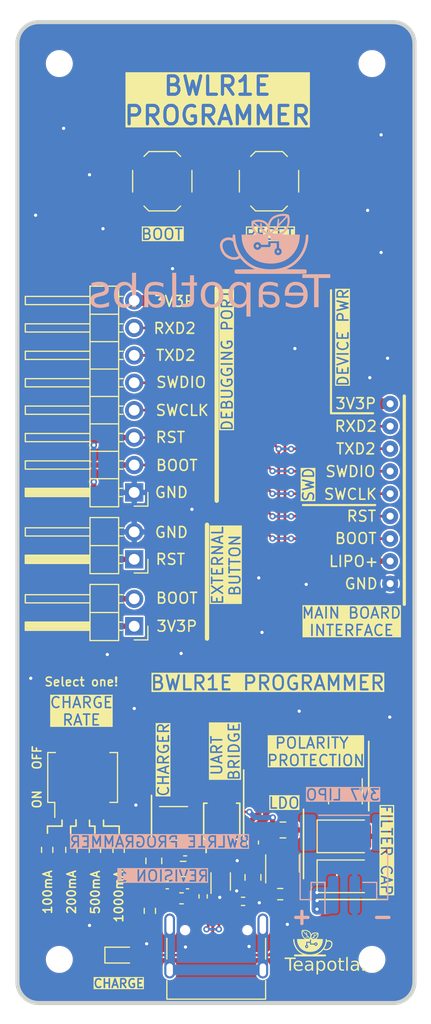
<source format=kicad_pcb>
(kicad_pcb (version 20221018) (generator pcbnew)
  (title_block (title "Teapotlabs BWLR1E") (date "2023-08-12") (rev "4") (company "Teapot Laboratories"))
  (layers (0 "F.Cu" signal) (31 "B.Cu" signal) (34 "B.Paste" user) (35 "F.Paste" user) (36 "B.SilkS" user "B.Silkscreen") (37 "F.SilkS" user "F.Silkscreen") (38 "B.Mask" user) (39 "F.Mask" user) (44 "Edge.Cuts" user))
  (net 0 "")
  (net 1 "GND")
  (net 2 "/RST")
  (net 3 "/SWDIO")
  (net 4 "/SWCLK")
  (net 5 "/RXD2")
  (net 6 "/TXD2")
  (net 7 "+3V3")
  (net 8 "/BOOT")
  (net 9 "Net-(BT1-+)")
  (net 10 "Net-(C3-Pad1)")
  (net 11 "Net-(C5-Pad1)")
  (net 12 "VBUS")
  (net 13 "+BATT")
  (net 14 "Net-(D4-K)")
  (net 15 "Net-(J2-CC1)")
  (net 16 "/D_IN+")
  (net 17 "/D_IN-")
  (net 19 "Net-(J2-CC2)")
  (net 21 "unconnected-(J2-SHIELD-PadS1)")
  (net 22 "Net-(R1-Pad1)")
  (net 23 "Net-(R2-Pad1)")
  (net 24 "Net-(R4-Pad1)")
  (net 25 "Net-(R5-Pad1)")
  (net 26 "Net-(U7-STAT)")
  (net 27 "Net-(U8-EN)")
  (net 28 "Net-(U7-PROG)")
  (net 29 "/D+")
  (net 30 "/D-")
  (net 35 "/3V3P")
  (footprint "Button_Switch_SMD:SW_SPST_TL3342" (layer "F.Cu") (at 151.45 67.9 180)
    (fp_text reference "SW5")
    (fp_text value "RESET")
  )
  (footprint "Package_TO_SOT_SMD:SOT-23" (layer "F.Cu") (at 158.5366 124.9375 -90)
    (fp_text reference "Q1")
    (fp_text value "AO3407A")
  )
  (footprint "Capacitor_SMD:C_0805_2012Metric" (layer "F.Cu") (at 140.7668 130.871 90)
    (fp_text reference "C23")
    (fp_text value "10u")
  )
  (footprint "MountingHole:MountingHole_2.2mm_M2" (layer "F.Cu") (at 161 140)
    (fp_text reference "H3")
    (fp_text value "MountingHole")
  )
  (footprint "Resistor_SMD:R_0402_1005Metric" (layer "F.Cu") (at 149.0472 134.62)
    (fp_text reference "R15")
    (fp_text value "5.1K")
  )
  (footprint "LED_SMD:LED_0603_1608Metric" (layer "F.Cu") (at 137.7125 139.6)
    (fp_text reference "D4")
    (fp_text value "ORANGE")
  )
  (footprint "Resistor_SMD:R_0603_1608Metric" (layer "F.Cu") (at 152.4884 133.9494 180)
    (fp_text reference "R19")
    (fp_text value "10K")
  )
  (footprint "Capacitor_SMD:C_0402_1005Metric" (layer "F.Cu") (at 143.8936 133.096)
    (fp_text reference "C3")
    (fp_text value "10nF")
  )
  (footprint "Resistor_SMD:R_0603_1608Metric" (layer "F.Cu") (at 130.875 129.85 -90)
    (fp_text reference "R5")
    (fp_text value "10K")
  )
  (footprint "MountingHole:MountingHole_2.2mm_M2" (layer "F.Cu") (at 132 140)
    (fp_text reference "H4")
    (fp_text value "MountingHole")
  )
  (footprint "Connector_PinHeader_2.54mm:PinHeader_1x08_P2.54mm_Horizontal" (layer "F.Cu") (at 138.9442 96.7318 180)
    (fp_text reference "J1")
    (fp_text value "DEBUG")
  )
  (footprint "Inductor_SMD:L_0603_1608Metric" (layer "F.Cu") (at 143.3321 134.3406 180)
    (fp_text reference "FB1")
    (fp_text value "MMZ1608B601CTAH0")
  )
  (footprint "Package_TO_SOT_SMD:SOT-23-5" (layer "F.Cu") (at 143.0981 127.3962)
    (fp_text reference "U7")
    (fp_text value "MCP73831T-2ACI/OT")
  )
  (footprint "Connector_PinHeader_2.54mm:PinHeader_1x02_P2.54mm_Horizontal" (layer "F.Cu") (at 138.9442 102.9294 180)
    (fp_text reference "J3")
    (fp_text value "RESET")
  )
  (footprint "Capacitor_Tantalum_SMD:CP_EIA-3528-15_AVX-H_Pad1.50x2.35mm_HandSolder" (layer "F.Cu") (at 158.5462 128.5974)
    (fp_text reference "C2")
    (fp_text value "330u")
  )
  (footprint "Capacitor_Tantalum_SMD:CP_EIA-3528-15_AVX-H_Pad1.50x2.35mm_HandSolder" (layer "F.Cu") (at 158.5462 132.2974)
    (fp_text reference "C4")
    (fp_text value "330u")
  )
  (footprint "MountingHole:MountingHole_2.2mm_M2" (layer "F.Cu") (at 132 57)
    (fp_text reference "H1")
    (fp_text value "MountingHole")
  )
  (footprint "MountingHole:MountingHole_2.2mm_M2" (layer "F.Cu") (at 161 57)
    (fp_text reference "H2")
    (fp_text value "MountingHole")
  )
  (footprint "Button_Switch_SMD:SW_SPST_TL3342" (layer "F.Cu") (at 141.55 67.9 180)
    (fp_text reference "SW4")
    (fp_text value "BOOT")
  )
  (footprint "Capacitor_SMD:C_0402_1005Metric" (layer "F.Cu") (at 142.014 133.096 180)
    (fp_text reference "C5")
    (fp_text value "100nF")
  )
  (footprint "Package_SO:MSOP-10_3x3mm_P0.5mm" (layer "F.Cu") (at 147.066 127.2 90)
    (fp_text reference "U6")
    (fp_text value "CH340E")
  )
  (footprint "Button_Switch_SMD:SW_DIP_SPSTx04_Slide_Omron_A6H-4101_W6.15mm_P1.27mm" (layer "F.Cu") (at 134.1628 123.1408 90)
    (fp_text reference "SW1")
    (fp_text value "SW_DIP_x04")
  )
  (footprint "Fuse:Fuse_0805_2012Metric" (layer "F.Cu") (at 143.4846 131.6228)
    (fp_text reference "F1")
    (fp_text value "0.75A")
  )
  (footprint "bwlr1e:TeapotLogo4mm" (layer "F.Cu") (at 155.5 138.45)
    (fp_text reference "G***")
    (fp_text value "LOGO" hide)
  )
  (footprint "Capacitor_SMD:C_0805_2012Metric" (layer "F.Cu") (at 149.9616 132.4 -90)
    (fp_text reference "C24")
    (fp_text value "10u")
  )
  (footprint "Teapot:USB_C_Receptacle_XKB_U262-16XN-4BVC11" (layer "F.Cu") (at 146.556 139.895)
    (fp_text reference "J2")
    (fp_text value "USB_C_Receptacle_USB2.0")
  )
  (footprint "bwlr1e:EdgeCut_BWLR1E" (layer "F.Cu") (at 149.8 96.032468)
    (fp_text reference "REF**" hide)
    (fp_text value "EdgeCut_BWLR1E" hide)
    (fp_line (start -21.684779 -40.911666) (end -21.684779 -40.911666) (stroke (width 0.380999)) (layer "Edge.Cuts"))
    (fp_line (start -21.684779 -40.911666) (end -21.684779 -40.911666) (stroke (width 0.380999)) (layer "Edge.Cuts"))
    (fp_line (start -21.684779 -40.911666) (end -21.682225 -41.012698) (stroke (width 0.380999)) (layer "Edge.Cuts"))
    (fp_line (start -21.684778 46.046731) (end -21.684779 -40.911666) (stroke (width 0.380999)) (layer "Edge.Cuts"))
    (fp_line (start -21.684778 46.046731) (end -21.684778 46.046731) (stroke (width 0.380999)) (layer "Edge.Cuts"))
    (fp_line (start -21.682225 -41.012698) (end -21.674643 -41.112403) (stroke (width 0.380999)) (layer "Edge.Cuts"))
    (fp_line (start -21.682223 46.147762) (end -21.684778 46.046731) (stroke (width 0.380999)) (layer "Edge.Cuts"))
    (fp_line (start -21.674643 -41.112403) (end -21.662158 -41.210658) (stroke (width 0.380999)) (layer "Edge.Cuts"))
    (fp_line (start -21.674642 46.247467) (end -21.682223 46.147762) (stroke (width 0.380999)) (layer "Edge.Cuts"))
    (fp_line (start -21.662158 -41.210658) (end -21.644892 -41.30734) (stroke (width 0.380999)) (layer "Edge.Cuts"))
    (fp_line (start -21.662156 46.345722) (end -21.674642 46.247467) (stroke (width 0.380999)) (layer "Edge.Cuts"))
    (fp_line (start -21.644892 -41.30734) (end -21.62297 -41.402326) (stroke (width 0.380999)) (layer "Edge.Cuts"))
    (fp_line (start -21.644891 46.442404) (end -21.662156 46.345722) (stroke (width 0.380999)) (layer "Edge.Cuts"))
    (fp_line (start -21.62297 -41.402326) (end -21.596513 -41.495492) (stroke (width 0.380999)) (layer "Edge.Cuts"))
    (fp_line (start -21.622968 46.537389) (end -21.644891 46.442404) (stroke (width 0.380999)) (layer "Edge.Cuts"))
    (fp_line (start -21.596513 -41.495492) (end -21.565647 -41.586715) (stroke (width 0.380999)) (layer "Edge.Cuts"))
    (fp_line (start -21.596512 46.630555) (end -21.622968 46.537389) (stroke (width 0.380999)) (layer "Edge.Cuts"))
    (fp_line (start -21.565647 -41.586715) (end -21.530494 -41.675872) (stroke (width 0.380999)) (layer "Edge.Cuts"))
    (fp_line (start -21.565646 46.721778) (end -21.596512 46.630555) (stroke (width 0.380999)) (layer "Edge.Cuts"))
    (fp_line (start -21.530494 -41.675872) (end -21.491177 -41.762839) (stroke (width 0.380999)) (layer "Edge.Cuts"))
    (fp_line (start -21.530492 46.810934) (end -21.565646 46.721778) (stroke (width 0.380999)) (layer "Edge.Cuts"))
    (fp_line (start -21.491177 -41.762839) (end -21.44782 -41.847493) (stroke (width 0.380999)) (layer "Edge.Cuts"))
    (fp_line (start -21.491175 46.897901) (end -21.530492 46.810934) (stroke (width 0.380999)) (layer "Edge.Cuts"))
    (fp_line (start -21.44782 -41.847493) (end -21.400546 -41.92971) (stroke (width 0.380999)) (layer "Edge.Cuts"))
    (fp_line (start -21.447818 46.982555) (end -21.491175 46.897901) (stroke (width 0.380999)) (layer "Edge.Cuts"))
    (fp_line (start -21.400546 -41.92971) (end -21.349479 -42.009367) (stroke (width 0.380999)) (layer "Edge.Cuts"))
    (fp_line (start -21.400544 47.064772) (end -21.447818 46.982555) (stroke (width 0.380999)) (layer "Edge.Cuts"))
    (fp_line (start -21.349479 -42.009367) (end -21.294741 -42.086341) (stroke (width 0.380999)) (layer "Edge.Cuts"))
    (fp_line (start -21.349477 47.144429) (end -21.400544 47.064772) (stroke (width 0.380999)) (layer "Edge.Cuts"))
    (fp_line (start -21.294741 -42.086341) (end -21.236457 -42.160508) (stroke (width 0.380999)) (layer "Edge.Cuts"))
    (fp_line (start -21.29474 47.221403) (end -21.349477 47.144429) (stroke (width 0.380999)) (layer "Edge.Cuts"))
    (fp_line (start -21.236457 -42.160508) (end -21.17475 -42.231746) (stroke (width 0.380999)) (layer "Edge.Cuts"))
    (fp_line (start -21.236456 47.295571) (end -21.29474 47.221403) (stroke (width 0.380999)) (layer "Edge.Cuts"))
    (fp_line (start -21.17475 -42.231746) (end -21.109742 -42.29993) (stroke (width 0.380999)) (layer "Edge.Cuts"))
    (fp_line (start -21.174748 47.366808) (end -21.236456 47.295571) (stroke (width 0.380999)) (layer "Edge.Cuts"))
    (fp_line (start -21.109742 -42.29993) (end -21.041558 -42.364938) (stroke (width 0.380999)) (layer "Edge.Cuts"))
    (fp_line (start -21.109741 47.434993) (end -21.174748 47.366808) (stroke (width 0.380999)) (layer "Edge.Cuts"))
    (fp_line (start -21.041558 -42.364938) (end -20.97032 -42.426645) (stroke (width 0.380999)) (layer "Edge.Cuts"))
    (fp_line (start -21.041556 47.5) (end -21.109741 47.434993) (stroke (width 0.380999)) (layer "Edge.Cuts"))
    (fp_line (start -20.97032 -42.426645) (end -20.896153 -42.484929) (stroke (width 0.380999)) (layer "Edge.Cuts"))
    (fp_line (start -20.970319 47.561708) (end -21.041556 47.5) (stroke (width 0.380999)) (layer "Edge.Cuts"))
    (fp_line (start -20.896153 -42.484929) (end -20.819179 -42.539667) (stroke (width 0.380999)) (layer "Edge.Cuts"))
    (fp_line (start -20.896152 47.619992) (end -20.970319 47.561708) (stroke (width 0.380999)) (layer "Edge.Cuts"))
    (fp_line (start -20.819179 -42.539667) (end -20.739522 -42.590734) (stroke (width 0.380999)) (layer "Edge.Cuts"))
    (fp_line (start -20.819177 47.67473) (end -20.896152 47.619992) (stroke (width 0.380999)) (layer "Edge.Cuts"))
    (fp_line (start -20.739522 -42.590734) (end -20.657304 -42.638008) (stroke (width 0.380999)) (layer "Edge.Cuts"))
    (fp_line (start -20.73952 47.725797) (end -20.819177 47.67473) (stroke (width 0.380999)) (layer "Edge.Cuts"))
    (fp_line (start -20.657304 -42.638008) (end -20.572651 -42.681365) (stroke (width 0.380999)) (layer "Edge.Cuts"))
    (fp_line (start -20.657303 47.773071) (end -20.73952 47.725797) (stroke (width 0.380999)) (layer "Edge.Cuts"))
    (fp_line (start -20.572651 -42.681365) (end -20.485684 -42.720681) (stroke (width 0.380999)) (layer "Edge.Cuts"))
    (fp_line (start -20.572649 47.816429) (end -20.657303 47.773071) (stroke (width 0.380999)) (layer "Edge.Cuts"))
    (fp_line (start -20.485684 -42.720681) (end -20.396527 -42.755835) (stroke (width 0.380999)) (layer "Edge.Cuts"))
    (fp_line (start -20.485683 47.855746) (end -20.572649 47.816429) (stroke (width 0.380999)) (layer "Edge.Cuts"))
    (fp_line (start -20.396527 -42.755835) (end -20.305304 -42.786701) (stroke (width 0.380999)) (layer "Edge.Cuts"))
    (fp_line (start -20.396526 47.890899) (end -20.485683 47.855746) (stroke (width 0.380999)) (layer "Edge.Cuts"))
    (fp_line (start -20.305304 -42.786701) (end -20.212138 -42.813157) (stroke (width 0.380999)) (layer "Edge.Cuts"))
    (fp_line (start -20.305303 47.921766) (end -20.396526 47.890899) (stroke (width 0.380999)) (layer "Edge.Cuts"))
    (fp_line (start -20.212138 -42.813157) (end -20.117152 -42.83508) (stroke (width 0.380999)) (layer "Edge.Cuts"))
    (fp_line (start -20.212137 47.948222) (end -20.305303 47.921766) (stroke (width 0.380999)) (layer "Edge.Cuts"))
    (fp_line (start -20.117152 -42.83508) (end -20.02047 -42.852346) (stroke (width 0.380999)) (layer "Edge.Cuts"))
    (fp_line (start -20.117151 47.970145) (end -20.212137 47.948222) (stroke (width 0.380999)) (layer "Edge.Cuts"))
    (fp_line (start -20.02047 -42.852346) (end -19.922215 -42.864831) (stroke (width 0.380999)) (layer "Edge.Cuts"))
    (fp_line (start -20.020469 47.98741) (end -20.117151 47.970145) (stroke (width 0.380999)) (layer "Edge.Cuts"))
    (fp_line (start -19.922215 -42.864831) (end -19.82251 -42.872413) (stroke (width 0.380999)) (layer "Edge.Cuts"))
    (fp_line (start -19.922213 47.999896) (end -20.020469 47.98741) (stroke (width 0.380999)) (layer "Edge.Cuts"))
    (fp_line (start -19.82251 -42.872413) (end -19.721479 -42.874967) (stroke (width 0.380999)) (layer "Edge.Cuts"))
    (fp_line (start -19.822509 48.007478) (end -19.922213 47.999896) (stroke (width 0.380999)) (layer "Edge.Cuts"))
    (fp_line (start -19.721479 -42.874967) (end -19.721479 -42.874967) (stroke (width 0.380999)) (layer "Edge.Cuts"))
    (fp_line (start -19.721479 -42.874967) (end 13.179921 -42.874967) (stroke (width 0.380999)) (layer "Edge.Cuts"))
    (fp_line (start -19.721477 48.010032) (end -19.822509 48.007478) (stroke (width 0.380999)) (layer "Edge.Cuts"))
    (fp_line (start -19.721477 48.010032) (end -19.721477 48.010032) (stroke (width 0.380999)) (layer "Edge.Cuts"))
    (fp_line (start 13.179921 -42.874967) (end 13.179921 -42.874967) (stroke (width 0.380999)) (layer "Edge.Cuts"))
    (fp_line (start 13.179921 -42.874967) (end 13.277275 -42.872554) (stroke (width 0.380999)) (layer "Edge.Cuts"))
    (fp_line (start 13.179921 48.010032) (end -19.721477 48.010032) (stroke (width 0.380999)) (layer "Edge.Cuts"))
    (fp_line (start 13.179921 48.010032) (end 13.179921 48.010032) (stroke (width 0.380999)) (layer "Edge.Cuts"))
    (fp_line (start 13.277275 -42.872554) (end 13.373969 -42.86536) (stroke (width 0.380999)) (layer "Edge.Cuts"))
    (fp_line (start 13.280952 48.007478) (end 13.179921 48.010032) (stroke (width 0.380999)) (layer "Edge.Cuts"))
    (fp_line (start 13.373969 -42.86536) (end 13.469841 -42.853451) (stroke (width 0.380999)) (layer "Edge.Cuts"))
    (fp_line (start 13.380657 47.999896) (end 13.280952 48.007478) (stroke (width 0.380999)) (layer "Edge.Cuts"))
    (fp_line (start 13.469841 -42.853451) (end 13.564731 -42.836894) (stroke (width 0.380999)) (layer "Edge.Cuts"))
    (fp_line (start 13.478912 47.98741) (end 13.380657 47.999896) (stroke (width 0.380999)) (layer "Edge.Cuts"))
    (fp_line (start 13.564731 -42.836894) (end 13.658477 -42.815756) (stroke (width 0.380999)) (layer "Edge.Cuts"))
    (fp_line (start 13.575594 47.970145) (end 13.478912 47.98741) (stroke (width 0.380999)) (layer "Edge.Cuts"))
    (fp_line (start 13.658477 -42.815756) (end 13.750918 -42.790103) (stroke (width 0.380999)) (layer "Edge.Cuts"))
    (fp_line (start 13.67058 47.948222) (end 13.575594 47.970145) (stroke (width 0.380999)) (layer "Edge.Cuts"))
    (fp_line (start 13.750918 -42.790103) (end 13.841895 -42.760002) (stroke (width 0.380999)) (layer "Edge.Cuts"))
    (fp_line (start 13.763746 47.921766) (end 13.67058 47.948222) (stroke (width 0.380999)) (layer "Edge.Cuts"))
    (fp_line (start 13.841895 -42.760002) (end 13.931245 -42.72552) (stroke (width 0.380999)) (layer "Edge.Cuts"))
    (fp_line (start 13.85497 47.890899) (end 13.763746 47.921766) (stroke (width 0.380999)) (layer "Edge.Cuts"))
    (fp_line (start 13.931245 -42.72552) (end 14.018807 -42.686723) (stroke (width 0.380999)) (layer "Edge.Cuts"))
    (fp_line (start 13.944126 47.855746) (end 13.85497 47.890899) (stroke (width 0.380999)) (layer "Edge.Cuts"))
    (fp_line (start 14.018807 -42.686723) (end 14.104422 -42.643678) (stroke (width 0.380999)) (layer "Edge.Cuts"))
    (fp_line (start 14.031093 47.816429) (end 13.944126 47.855746) (stroke (width 0.380999)) (layer "Edge.Cuts"))
    (fp_line (start 14.104422 -42.643678) (end 14.187927 -42.596451) (stroke (width 0.380999)) (layer "Edge.Cuts"))
    (fp_line (start 14.115747 47.773071) (end 14.031093 47.816429) (stroke (width 0.380999)) (layer "Edge.Cuts"))
    (fp_line (start 14.187927 -42.596451) (end 14.269163 -42.54511) (stroke (width 0.380999)) (layer "Edge.Cuts"))
    (fp_line (start 14.197964 47.725797) (end 14.115747 47.773071) (stroke (width 0.380999)) (layer "Edge.Cuts"))
    (fp_line (start 14.269163 -42.54511) (end 14.347967 -42.48972) (stroke (width 0.380999)) (layer "Edge.Cuts"))
    (fp_line (start 14.277621 47.67473) (end 14.197964 47.725797) (stroke (width 0.380999)) (layer "Edge.Cuts"))
    (fp_line (start 14.347967 -42.48972) (end 14.42418 -42.430349) (stroke (width 0.380999)) (layer "Edge.Cuts"))
    (fp_line (start 14.354595 47.619992) (end 14.277621 47.67473) (stroke (width 0.380999)) (layer "Edge.Cuts"))
    (fp_line (start 14.42418 -42.430349) (end 14.49764 -42.367064) (stroke (width 0.380999)) (layer "Edge.Cuts"))
    (fp_line (start 14.428762 47.561708) (end 14.354595 47.619992) (stroke (width 0.380999)) (layer "Edge.Cuts"))
    (fp_line (start 14.49764 -42.367064) (end 14.568186 -42.29993) (stroke (width 0.380999)) (layer "Edge.Cuts"))
    (fp_line (start 14.5 47.5) (end 14.428762 47.561708) (stroke (width 0.380999)) (layer "Edge.Cuts"))
    (fp_line (start 14.568184 47.434993) (end 14.5 47.5) (stroke (width 0.380999)) (layer "Edge.Cuts"))
    (fp_line (start 14.568186 -42.29993) (end 14.568186 -42.29993) (stroke (width 0.380999)) (layer "Edge.Cuts"))
    (fp_line (start 14.568186 -42.29993) (end 14.635319 -42.229384) (stroke (width 0.380999)) (layer "Edge.Cuts"))
    (fp_line (start 14.633192 47.366808) (end 14.568184 47.434993) (stroke (width 0.380999)) (layer "Edge.Cuts"))
    (fp_line (start 14.635319 -42.229384) (end 14.698604 -42.155924) (stroke (width 0.380999)) (layer "Edge.Cuts"))
    (fp_line (start 14.694899 47.295571) (end 14.633192 47.366808) (stroke (width 0.380999)) (layer "Edge.Cuts"))
    (fp_line (start 14.698604 -42.155924) (end 14.757974 -42.079711) (stroke (width 0.380999)) (layer "Edge.Cuts"))
    (fp_line (start 14.753183 47.221403) (end 14.694899 47.295571) (stroke (width 0.380999)) (layer "Edge.Cuts"))
    (fp_line (start 14.757974 -42.079711) (end 14.813363 -42.000907) (stroke (width 0.380999)) (layer "Edge.Cuts"))
    (fp_line (start 14.807921 47.144429) (end 14.753183 47.221403) (stroke (width 0.380999)) (layer "Edge.Cuts"))
    (fp_line (start 14.813363 -42.000907) (end 14.864705 -41.919671) (stroke (width 0.380999)) (layer "Edge.Cuts"))
    (fp_line (start 14.858988 47.064772) (end 14.807921 47.144429) (stroke (width 0.380999)) (layer "Edge.Cuts"))
    (fp_line (start 14.864705 -41.919671) (end 14.911931 -41.836166) (stroke (width 0.380999)) (layer "Edge.Cuts"))
    (fp_line (start 14.906262 46.982555) (end 14.858988 47.064772) (stroke (width 0.380999)) (layer "Edge.Cuts"))
    (fp_line (start 14.911931 -41.836166) (end 14.954976 -41.750552) (stroke (width 0.380999)) (layer "Edge.Cuts"))
    (fp_line (start 14.949619 46.897901) (end 14.906262 46.982555) (stroke (width 0.380999)) (layer "Edge.Cuts"))
    (fp_line (start 14.954976 -41.750552) (end 14.993773 -41.662989) (stroke (width 0.380999)) (layer "Edge.Cuts"))
    (fp_line (start 14.988936 46.810934) (end 14.949619 46.897901) (stroke (width 0.380999)) (layer "Edge.Cuts"))
    (fp_line (start 14.993773 -41.662989) (end 15.028256 -41.573639) (stroke (width 0.380999)) (layer "Edge.Cuts"))
    (fp_line (start 15.024089 46.721778) (end 14.988936 46.810934) (stroke (width 0.380999)) (layer "Edge.Cuts"))
    (fp_line (start 15.028256 -41.573639) (end 15.058357 -41.482663) (stroke (width 0.380999)) (layer "Edge.Cuts"))
    (fp_line (start 15.054955 46.630555) (end 15.024089 46.721778) (stroke (width 0.380999)) (layer "Edge.Cuts"))
    (fp_line (start 15.058357 -41.482663) (end 15.08401 -41.390222) (stroke (width 0.380999)) (layer "Edge.Cuts"))
    (fp_line (start 15.081412 46.537389) (end 15.054955 46.630555) (stroke (width 0.380999)) (layer "Edge.Cuts"))
    (fp_line (start 15.08401 -41.390222) (end 15.105148 -41.296476) (stroke (width 0.380999)) (layer "Edge.Cuts"))
    (fp_line (start 15.103334 46.442404) (end 15.081412 46.537389) (stroke (width 0.380999)) (layer "Edge.Cuts"))
    (fp_line (start 15.105148 -41.296476) (end 15.121705 -41.201587) (stroke (width 0.380999)) (layer "Edge.Cuts"))
    (fp_line (start 15.1206 46.345722) (end 15.103334 46.442404) (stroke (width 0.380999)) (layer "Edge.Cuts"))
    (fp_line (start 15.121705 -41.201587) (end 15.133614 -41.105715) (stroke (width 0.380999)) (layer "Edge.Cuts"))
    (fp_line (start 15.133085 46.247467) (end 15.1206 46.345722) (stroke (width 0.380999)) (layer "Edge.Cuts"))
    (fp_line (start 15.133614 -41.105715) (end 15.140809 -41.009021) (stroke (width 0.380999)) (layer "Edge.Cuts"))
    (fp_line (start 15.140667 46.147762) (end 15.133085 46.247467) (stroke (width 0.380999)) (layer "Edge.Cuts"))
    (fp_line (start 15.140809 -41.009021) (end 15.143222 -40.911666) (stroke (width 0.380999)) (layer "Edge.Cuts"))
    (fp_line (start 15.143222 -40.911666) (end 15.143222 -40.911666) (stroke (width 0.380999)) (layer "Edge.Cuts"))
    (fp_line (start 15.143222 -40.911666) (end 15.143222 46.046731) (stroke (width 0.380999)) (layer "Edge.Cuts"))
    (fp_line (start 15.143222 46.046731) (end 15.140667 46.147762) (stroke (width 0.380999)) (layer "Edge.Cuts"))
    (fp_line (start 15.143222 46.046731) (end 15.143222 46.046731) (stroke (width 0.380999)) (layer "Edge.Cuts"))
  )
  (footprint "Resistor_SMD:R_0402_1005Metric" (layer "F.Cu") (at 145.3388 134.1608 90)
    (fp_text reference "R14")
    (fp_text value "5.1K")
  )
  (footprint "Capacitor_SMD:C_0603_1608Metric" (layer "F.Cu") (at 149.9616 129.1714 -90)
    (fp_text reference "C21")
    (fp_text value "100n")
  )
  (footprint "Resistor_SMD:R_0603_1608Metric" (layer "F.Cu") (at 133.1194 129.85 -90)
    (fp_text reference "R1")
    (fp_text value "5.1K")
  )
  (footprint "Capacitor_SMD:C_0805_2012Metric" (layer "F.Cu") (at 152.7404 128.0058 180)
    (fp_text reference "C26")
    (fp_text value "10u")
  )
  (footprint "Connector_PinHeader_2.54mm:PinHeader_1x02_P2.54mm_Horizontal" (layer "F.Cu") (at 138.9442 109.127 180)
    (fp_text reference "J4")
    (fp_text value "BOOT")
  )
  (footprint "Resistor_SMD:R_0603_1608Metric" (layer "F.Cu") (at 135.3 129.85 -90)
    (fp_text reference "R2")
    (fp_text value "2K")
  )
  (footprint "Package_TO_SOT_SMD:SOT-23-5" (layer "F.Cu") (at 152.7048 131.1101 90)
    (fp_text reference "U8")
    (fp_text value "XC6220B331MR-G")
  )
  (footprint "Resistor_SMD:R_0603_1608Metric" (layer "F.Cu") (at 140.4 135.5 -90)
    (fp_text reference "R17")
    (fp_text value "1K")
  )
  (footprint "Resistor_SMD:R_0603_1608Metric" (layer "F.Cu") (at 137.5 129.85 -90)
    (fp_text reference "R4")
    (fp_text value "1K")
  )
  (footprint "Package_TO_SOT_SMD:SOT-666" (layer "F.Cu") (at 146.9685 132.7776 90)
    (fp_text reference "U1")
    (fp_text value "USBLC6-2P6")
  )
  (footprint "Capacitor_SMD:C_0603_1608Metric" (layer "F.Cu") (at 143.6748 129.8956 180)
    (fp_text reference "C22")
    (fp_text value "10u")
  )
  (footprint "bwlr1e_prog:JST_PH_S2B-PH-SM4-TB_1x02-1MP_P2.00mm_Horizontal" (layer "B.Cu") (at 158.4 131.15)
    (fp_text reference "BT1")
    (fp_text value "3.7v LiPo")
  )
  (footprint "bwlr1e_prog:90055-AS" (layer "B.Cu") (at 162.687 105.1814 -90)
    (fp_text reference "TP7")
    (fp_text value "GND")
  )
  (footprint "bwlr1e_prog:90055-AS" (layer "B.Cu") (at 162.687 90.6018 -90)
    (fp_text reference "TP4")
    (fp_text value "RXD2")
  )
  (footprint "bwlr1e_prog:90055-AS" (layer "B.Cu") (at 162.687 88.519 180)
    (fp_text reference "TP8")
    (fp_text value "3V3P")
  )
  (footprint "bwlr1e_prog:TeapotLogo" (layer "B.Cu") (at 151.472433 73.631975 180)
    (fp_text reference "G***")
    (fp_text value "LOGO" hide)
  )
  (footprint "bwlr1e_prog:90055-AS" (layer "B.Cu") (at 162.687 98.933 -90)
    (fp_text reference "TP5")
    (fp_text value "RST")
  )
  (footprint "bwlr1e_prog:90055-AS" (layer "B.Cu") (at 162.687 92.6846 -90)
    (fp_text reference "TP2")
    (fp_text value "TXD2")
  )
  (footprint "bwlr1e_prog:90055-AS" (layer "B.Cu") (at 162.687 103.0986 -90)
    (fp_text reference "TP1")
    (fp_text value "LIPO+")
  )
  (footprint "bwlr1e_prog:90055-AS" (layer "B.Cu") (at 162.687 96.8502 -90)
    (fp_text reference "TP6")
    (fp_text value "SWCLK")
  )
  (footprint "bwlr1e_prog:90055-AS" (layer "B.Cu") (at 162.687 101.0158 90)
    (fp_text reference "TP14")
    (fp_text value "BOOT")
  )
  (footprint "bwlr1e_prog:90055-AS" (layer "B.Cu") (at 162.687 94.7674 -90)
    (fp_text reference "TP3")
    (fp_text value "SWDIO")
  )
  (gr_line (start 135.3 127.65) (end 135.3 128.3) (stroke (width 0.15)) (layer "F.SilkS"))
  (gr_line (start 130.9 127.65) (end 130.9 128.3) (stroke (width 0.15)) (layer "F.SilkS"))
  (gr_line (start 132.25 127.65) (end 130.9 127.65) (stroke (width 0.15)) (layer "F.SilkS"))
  (gr_line (start 132.25 127.1) (end 132.25 127.65) (stroke (width 0.15)) (layer "F.SilkS"))
  (gr_line (start 154.65 126.0875) (end 154.65 132.5125) (stroke (width 0.15)) (layer "F.SilkS"))
  (gr_line (start 149.1 122.4484) (end 149.1 128.8734) (stroke (width 0.15)) (layer "F.SilkS"))
  (gr_line (start 133.55 127.075) (end 133.55 127.625) (stroke (width 0.15)) (layer "F.SilkS"))
  (gr_line (start 133.55 127.65) (end 133.05 127.65) (stroke (width 0.15)) (layer "F.SilkS"))
  (gr_line (start 164 107.1) (end 164 87.8) (stroke (width 0.3)) (layer "F.SilkS"))
  (gr_line (start 136.1 127.65) (end 137.55 127.65) (stroke (width 0.15)) (layer "F.SilkS"))
  (gr_line (start 155.925 134.45) (end 162.35 134.45) (stroke (width 0.15)) (layer "F.SilkS"))
  (gr_line (start 136.1 127.1) (end 136.1 127.65) (stroke (width 0.15)) (layer "F.SilkS"))
  (gr_line (start 154.6 97.9) (end 161.3 97.9) (stroke (width 0.2)) (layer "F.SilkS"))
  (gr_line (start 133.05 127.675) (end 133.05 128.325) (stroke (width 0.15)) (layer "F.SilkS"))
  (gr_line (start 160.7 119.8) (end 160.7 126.225) (stroke (width 0.15)) (layer "F.SilkS"))
  (gr_line (start 157.2 89.4) (end 161.1 89.4) (stroke (width 0.2)) (layer "F.SilkS"))
  (gr_line (start 134.8 127.65) (end 135.3 127.65) (stroke (width 0.15)) (layer "F.SilkS"))
  (gr_line (start 137.55 127.65) (end 137.55 128.3) (stroke (width 0.15)) (layer "F.SilkS"))
  (gr_line (start 134.8 127.1) (end 134.8 127.65) (stroke (width 0.15)) (layer "F.SilkS"))
  (gr_line (start 145.7 110.275) (end 145.7 99.725) (stroke (width 0.4)) (layer "F.SilkS"))
  (gr_line (start 140.55 124.8) (end 140.55 128.95) (stroke (width 0.15)) (layer "F.SilkS"))
  (gr_line (start 157.2 89.4) (end 157.2 78) (stroke (width 0.2)) (layer "F.SilkS"))
  (gr_line (start 146.6 97.5) (end 146.6 77.8) (stroke (width 0.4)) (layer "F.SilkS"))
  (gr_text "Teapotlabs" (at 157.122433 80.081975) (layer "B.SilkS") (effects (font (size 3 3)) (justify left bottom mirror)))
  (gr_text "-" (at 162 136) (layer "B.SilkS") (effects (font (size 1.5 1.5) (thickness 0.3)) (justify mirror)))
  (gr_text "REVISION 1" (at 145.95 132.85) (layer "B.SilkS" knockout) (effects (font (size 1 1)) (justify left bottom mirror)))
  (gr_text "+" (at 154.5 136) (layer "B.SilkS") (effects (font (size 1.5 1.5) (thickness 0.3)) (justify mirror)))
  (gr_text "3V7 LIPO" (at 158.3 124.75) (layer "B.SilkS" knockout) (effects (font (size 1 1)) (justify mirror)))
  (gr_text "BWLR1E PROGRAMMER" (at 149.75 129.7) (layer "B.SilkS" knockout) (effects (font (size 1 1)) (justify left bottom mirror)))
  (gr_text "3V3P" (at 142.7 79.03) (layer "F.SilkS") (effects (font (size 1 1))))
  (gr_text "UART \nBRIDGE" (at 148.8 120.7234 90) (layer "F.SilkS" knockout) (effects (font (size 1 1)) (justify bottom)))
  (gr_text "POLARITY \nPROTECTION" (at 155.8 122.15) (layer "F.SilkS" knockout) (effects (font (size 1 1)) (justify bottom)))
  (gr_text "100mA" (at 131.383 135.8814 90) (layer "F.SilkS") (effects (font (size 0.8 0.8)) (justify left bottom)))
  (gr_text "Teapotlabs" (at 152.9 141.25) (layer "F.SilkS") (effects (font (size 1.2 1.2)) (justify left bottom)))
  (gr_text "RXD2" (at 159.5 90.6) (layer "F.SilkS") (effects (font (size 1 1))))
  (gr_text "SWCLK" (at 159 96.9) (layer "F.SilkS") (effects (font (size 1 1))))
  (gr_text "EXTERNAL\nBUTTON" (at 148.875 103.5 90) (layer "F.SilkS" knockout) (effects (font (size 1 1)) (justify bottom)))
  (gr_text "OFF" (at 130.4 122.5 90) (layer "F.SilkS") (effects (font (size 0.8 0.8)) (justify left bottom)))
  (gr_text "TXD2" (at 142.8 84.03) (layer "F.SilkS") (effects (font (size 1 1))))
  (gr_text "RESET" (at 149.15 73.4) (layer "F.SilkS" knockout) (effects (font (size 1 1)) (justify left bottom)))
  (gr_text "SWCLK" (at 143.4 89.13) (layer "F.SilkS") (effects (font (size 1 1))))
  (gr_text "RST" (at 160.02 98.933) (layer "F.SilkS") (effects (font (size 1 1))))
  (gr_text "1000mA" (at 137.9826 136.6688 90) (layer "F.SilkS") (effects (font (size 0.8 0.8)) (justify left bottom)))
  (gr_text "RST" (at 142.3 91.63) (layer "F.SilkS") (effects (font (size 1 1))))
  (gr_text "BWLR1E PROGRAMMER" (at 140.35 115.15) (layer "F.SilkS" knockout) (effects (font (size 1.3 1.3) (thickness 0.2)) (justify left bottom)))
  (gr_text "200mA" (at 133.602 135.8814 90) (layer "F.SilkS") (effects (font (size 0.8 0.8)) (justify left bottom)))
  (gr_text "GND" (at 142.4 96.73) (layer "F.SilkS") (effects (font (size 1 1))))
  (gr_text "GND" (at 160 105.2) (layer "F.SilkS") (effects (font (size 1 1))))
  (gr_text "CHARGE" (at 137.5125 142.7) (layer "F.SilkS" knockout) (effects (font (size 0.8 0.8)) (justify bottom)))
  (gr_text "Select one!" (at 134.05 114.75) (layer "F.SilkS") (effects (font (size 0.8 0.8)) (justify bottom)))
  (gr_text "500mA" (at 135.808 135.9068 90) (layer "F.SilkS") (effects (font (size 0.8 0.8)) (justify left bottom)))
  (gr_text "BWLR1E\nPROGRAMMER" (at 146.65 62.8) (layer "F.SilkS" knockout) (effects (font (size 1.7 1.7) (thickness 0.3) bold) (justify bottom)))
  (gr_text "CHARGE\nRATE" (at 134.05 118.4) (layer "F.SilkS" knockout) (effects (font (size 1 1)) (justify bottom)))
  (gr_text "TXD2" (at 159.5 92.7) (layer "F.SilkS") (effects (font (size 1 1))))
  (gr_text "RST" (at 142.3 102.93) (layer "F.SilkS") (effects (font (size 1 1))))
  (gr_text "LIPO+" (at 159.3 103.124) (layer "F.SilkS") (effects (font (size 1 1))))
  (gr_text "SWDIO" (at 159 94.8) (layer "F.SilkS") (effects (font (size 1 1))))
  (gr_text "GND" (at 142.4 100.43) (layer "F.SilkS") (effects (font (size 1 1))))
  (gr_text "3V3P" (at 142.9 109.13) (layer "F.SilkS") (effects (font (size 1 1))))
  (gr_text "3V3P" (at 159.5 88.5) (layer "F.SilkS") (effects (font (size 1 1))))
  (gr_text "FILTER CAP" (at 161.75 129.85 -90) (layer "F.SilkS" knockout) (effects (font (size 1 1)) (justify bottom)))
  (gr_text "BOOT" (at 139.5 73.4) (layer "F.SilkS" knockout) (effects (font (size 1 1)) (justify left bottom)))
  (gr_text "DEVICE PWR" (at 158.9 87 90) (layer "F.SilkS" knockout) (effects (font (size 1 1)) (justify left bottom)))
  (gr_text "MAIN BOARD\nINTERFACE" (at 159.1 110.1) (layer "F.SilkS" knockout) (effects (font (size 1 1)) (justify bottom)))
  (gr_text "LDO" (at 152.85 126.1) (layer "F.SilkS" knockout) (effects (font (size 1 1)) (justify bottom)))
  (gr_text "BOOT" (at 142.9 106.53) (layer "F.SilkS") (effects (font (size 1 1))))
  (gr_text "BOOT" (at 159.5 101) (layer "F.SilkS") (effects (font (size 1 1))))
  (gr_text "RXD2" (at 142.7 81.53) (layer "F.SilkS") (effects (font (size 1 1))))
  (gr_text "CHARGER" (at 142.25 121.5 90) (layer "F.SilkS" knockout) (effects (font (size 1 1)) (justify bottom)))
  (gr_text "SWD" (at 155.7 96 90) (layer "F.SilkS" knockout) (effects (font (size 1 1)) (justify bottom)))
  (gr_text "ON" (at 130.4 126.1 90) (layer "F.SilkS") (effects (font (size 0.8 0.8)) (justify left bottom)))
  (gr_text "SWDIO" (at 143.3 86.53) (layer "F.SilkS") (effects (font (size 1 1))))
  (gr_text "BOOT" (at 142.9 94.23) (layer "F.SilkS") (effects (font (size 1 1))))
  (gr_text "DEBUGGING PORT" (at 148.15 84.5 90) (layer "F.SilkS" knockout) (effects (font (size 1 1)) (justify bottom)))
  (segment (start 146.9685 133.7026) (end 146.9685 134.162) (width 0.25) (layer "F.Cu") (net 1))
  (segment (start 146.9685 134.162) (end 146.8805 134.25) (width 0.25) (layer "F.Cu") (net 1))
  (via (at 148.5 130.85) (size 0.6) (drill 0.3) (layers "F.Cu" "B.Cu") (net 1))
  (via (at 143.7 138.85) (size 0.6) (drill 0.3) (layers "F.Cu" "B.Cu") (net 1))
  (via (at 160.6 70.6) (size 0.6) (drill 0.3) (layers "F.Cu" "B.Cu") (net 1))
  (via (at 140.1 138.55) (size 0.6) (drill 0.3) (layers "F.Cu" "B.Cu") (net 1))
  (via (at 150.55 134.75) (size 0.6) (drill 0.3) (layers "F.Cu" "B.Cu") (net 1))
  (via (at 149.6 138.8) (size 0.6) (drill 0.3) (layers "F.Cu" "B.Cu") (net 1))
  (via (at 162.45 84.3) (size 0.6) (drill 0.3) (layers "F.Cu" "B.Cu") (net 1))
  (via (at 161.85 63.6) (size 0.6) (drill 0.3) (layers "F.Cu" "B.Cu") (net 1))
  (via (at 134.8 136.85) (size 0.6) (drill 0.3) (layers "F.Cu" "B.Cu") (net 1))
  (via (at 129.35 113.95) (size 0.6) (drill 0.3) (layers "F.Cu" "B.Cu") (net 1))
  (via (at 162.65 117.55) (size 0.6) (drill 0.3) (layers "F.Cu" "B.Cu") (net 1))
  (via (at 134.8 67.3) (size 0.6) (drill 0.3) (layers "F.Cu" "B.Cu") (net 1))
  (via (at 154.25 117) (size 0.6) (drill 0.3) (layers "F.Cu" "B.Cu") (net 1))
  (via (at 153.85 83.4) (size 0.6) (drill 0.3) (layers "F.Cu" "B.Cu") (net 1))
  (via (at 144.3 98.3) (size 0.6) (drill 0.3) (layers "F.Cu" "B.Cu") (net 1))
  (via (at 150.5 104.65) (size 0.6) (drill 0.3) (layers "F.Cu" "B.Cu") (net 1))
  (via (at 160.8 86.1) (size 0.6) (drill 0.3) (layers "F.Cu" "B.Cu") (net 1))
  (via (at 161.85 74.5) (size 0.6) (drill 0.3) (layers "F.Cu" "B.Cu") (net 1))
  (via (at 154.9 105.25) (size 0.6) (drill 0.3) (layers "F.Cu" "B.Cu") (net 1))
  (via (at 138.95 116.75) (size 0.6) (drill 0.3) (layers "F.Cu" "B.Cu") (net 1))
  (via (at 148.45 133.65) (size 0.6) (drill 0.3) (layers "F.Cu" "B.Cu") (net 1))
  (via (at 142.5 76) (size 0.6) (drill 0.3) (layers "F.Cu" "B.Cu") (net 1))
  (via (at 136.45 111.75) (size 0.6) (drill 0.3) (layers "F.Cu" "B.Cu") (net 1))
  (via (at 129.8 71.05) (size 0.6) (drill 0.3) (layers "F.Cu" "B.Cu") (net 1))
  (via (at 139.1 125.7) (size 0.6) (drill 0.3) (layers "F.Cu" "B.Cu") (net 1))
  (via (at 146.8805 134.25) (size 0.6) (drill 0.3) (layers "F.Cu" "B.Cu") (net 1))
  (via (at 153.15 136.75) (size 0.6) (drill 0.3) (layers "F.Cu" "B.Cu") (net 1))
  (via (at 132.4 63) (size 0.6) (drill 0.3) (layers "F.Cu" "B.Cu") (net 1))
  (via (at 136.05 72.3) (size 0.6) (drill 0.3) (layers "F.Cu" "B.Cu") (net 1))
  (via (at 150.8 109.7) (size 0.6) (drill 0.3) (layers "F.Cu" "B.Cu") (net 1))
  (via (at 143.3 111.65) (size 0.6) (drill 0.3) (layers "F.Cu" "B.Cu") (net 1))
  (segment (start 135.2 90.25) (end 135.2 91.15) (width 0.5) (layer "F.Cu") (net 2))
  (segment (start 136 91.65) (end 135.2 91.65) (width 0.5) (layer "F.Cu") (net 2))
  (segment (start 146.55 67.75) (end 146.55 71.65) (width 0.5) (layer "F.Cu") (net 2))
  (segment (start 136.6 91.65) (end 136 91.65) (width 0.5) (layer "F.Cu") (net 2))
  (segment (start 135.7 91.65) (end 136 91.65) (width 0.5) (layer "F.Cu") (net 2))
  (segment (start 135.2 92.15) (end 135.7 91.65) (width 0.5) (layer "F.Cu") (net 2))
  (segment (start 135.2 91.65) (end 135.2 92.35) (width 0.5) (layer "F.Cu") (net 2))
  (segment (start 162.687 98.933) (end 153.5165 98.933) (width 0.25) (layer "F.Cu") (net 2))
  (segment (start 146.55 71.65) (end 144.7 73.5) (width 0.5) (layer "F.Cu") (net 2))
  (segment (start 135.2 91.15) (end 135.7 91.65) (width 0.5) (layer "F.Cu") (net 2))
  (segment (start 135.2 101.6) (end 136.55 102.95) (width 0.5) (layer "F.Cu") (net 2))
  (segment (start 136.5706 102.9294) (end 138.9442 102.9294) (width 0.5) (layer "F.Cu") (net 2))
  (segment (start 148.3 66) (end 154.6 66) (width 0.5) (layer "F.Cu") (net 2))
  (segment (start 148.3 66) (end 146.55 67.75) (width 0.5) (layer "F.Cu") (net 2))
  (segment (start 138.9442 91.6518) (end 144.4778 91.6518) (width 0.25) (layer "F.Cu") (net 2))
  (segment (start 135.2 75.1) (end 135.2 90.25) (width 0.5) (layer "F.Cu") (net 2))
  (segment (start 144.7 73.5) (end 136.8 73.5) (width 0.5) (layer "F.Cu") (net 2))
  (segment (start 136.55 102.95) (end 136.5706 102.9294) (width 0.5) (layer "F.Cu") (net 2))
  (segment (start 144.4778 91.6518) (end 151.776 98.95) (width 0.25) (layer "F.Cu") (net 2))
  (segment (start 135.2 91.15) (end 135.2 91.65) (width 0.5) (layer "F.Cu") (net 2))
  (segment (start 136.6018 91.6518) (end 138.9442 91.6518) (width 0.5) (layer "F.Cu") (net 2))
  (segment (start 136.8 73.5) (end 135.2 75.1) (width 0.5) (layer "F.Cu") (net 2))
  (segment (start 135.2 95.75) (end 135.2 101.6) (width 0.5) (layer "F.Cu") (net 2))
  (segment (start 136.6018 91.6518) (end 136.6 91.65) (width 0.5) (layer "F.Cu") (net 2))
  (segment (start 153.5165 98.933) (end 153.4995 98.95) (width 0.25) (layer "F.Cu") (net 2))
  (segment (start 135.2 92.35) (end 135.2 92.15) (width 0.5) (layer "F.Cu") (net 2))
  (via (at 151.776 98.95) (size 0.6) (drill 0.3) (layers "F.Cu" "B.Cu") (net 2))
  (via (at 135.2 95.75) (size 0.6) (drill 0.3) (layers "F.Cu" "B.Cu") (net 2))
  (via (at 153.4995 98.95) (size 0.6) (drill 0.3) (layers "F.Cu" "B.Cu") (net 2))
  (via (at 135.2 92.35) (size 0.6) (drill 0.3) (layers "F.Cu" "B.Cu") (net 2))
  (segment (start 151.776 98.95) (end 153.4995 98.95) (width 0.25) (layer "B.Cu") (net 2))
  (segment (start 135.2 95.75) (end 135.2 92.35) (width 0.5) (layer "B.Cu") (net 2))
  (segment (start 162.687 94.7674) (end 153.5174 94.7674) (width 0.25) (layer "F.Cu") (net 3))
  (segment (start 143.5978 86.5718) (end 151.776 94.75) (width 0.25) (layer "F.Cu") (net 3))
  (segment (start 138.9442 86.5718) (end 143.5978 86.5718) (width 0.25) (layer "F.Cu") (net 3))
  (segment (start 153.5174 94.7674) (end 153.5 94.75) (width 0.25) (layer "F.Cu") (net 3))
  (via (at 153.5 94.75) (size 0.6) (drill 0.3) (layers "F.Cu" "B.Cu") (net 3))
  (via (at 151.776 94.75) (size 0.6) (drill 0.3) (layers "F.Cu" "B.Cu") (net 3))
  (segment (start 151.776 94.75) (end 153.5 94.75) (width 0.25) (layer "B.Cu") (net 3))
  (segment (start 144.0378 89.1118) (end 151.776 96.85) (width 0.25) (layer "F.Cu") (net 4))
  (segment (start 162.687 96.8502) (end 153.5002 96.8502) (width 0.25) (layer "F.Cu") (net 4))
  (segment (start 138.9442 89.1118) (end 144.0378 89.1118) (width 0.25) (layer "F.Cu") (net 4))
  (segment (start 153.5002 96.8502) (end 153.5 96.85) (width 0.25) (layer "F.Cu") (net 4))
  (via (at 153.5 96.85) (size 0.6) (drill 0.3) (layers "F.Cu" "B.Cu") (net 4))
  (via (at 151.776 96.85) (size 0.6) (drill 0.3) (layers "F.Cu" "B.Cu") (net 4))
  (segment (start 151.776 96.85) (end 153.5 96.85) (width 0.25) (layer "B.Cu") (net 4))
  (segment (start 152.925 91.2) (end 152.925 90.625) (width 0.25) (layer "F.Cu") (net 5))
  (segment (start 152.925 90.625) (end 153.125 90.825) (width 0.25) (layer "F.Cu") (net 5))
  (segment (start 143.7918 81.4918) (end 152.925 90.625) (width 0.25) (layer "F.Cu") (net 5))
  (segment (start 138.9442 81.4918) (end 143.7918 81.4918) (width 0.25) (layer "F.Cu") (net 5))
  (segment (start 153.45 90.6018) (end 153.8 90.6018) (width 0.25) (layer "F.Cu") (net 5))
  (segment (start 153.3482 90.6018) (end 153.125 90.825) (width 0.25) (layer "F.Cu") (net 5))
  (segment (start 153.8 90.6018) (end 153.6518 90.6018) (width 0.25) (layer "F.Cu") (net 5))
  (segment (start 152.925 90.625) (end 152.9482 90.6018) (width 0.25) (layer "F.Cu") (net 5))
  (segment (start 153.6518 90.6018) (end 153.65 90.6) (width 0.25) (layer "F.Cu") (net 5))
  (segment (start 147.066 116.934) (end 147.066 125) (width 0.25) (layer "F.Cu") (net 5))
  (segment (start 153.45 90.6018) (end 153.3482 90.6018) (width 0.25) (layer "F.Cu") (net 5))
  (segment (start 153.65 90.6) (end 153.275 90.975) (width 0.25) (layer "F.Cu") (net 5))
  (segment (start 153.125 90.825) (end 153.275 90.975) (width 0.25) (layer "F.Cu") (net 5))
  (segment (start 152.925 111.075) (end 147.066 116.934) (width 0.25) (layer "F.Cu") (net 5))
  (segment (start 152.9482 90.6018) (end 153.45 90.6018) (width 0.25) (layer "F.Cu") (net 5))
  (segment (start 162.687 90.6018) (end 153.8 90.6018) (width 0.25) (layer "F.Cu") (net 5))
  (segment (start 152.925 91.2) (end 152.925 91.025) (width 0.25) (layer "F.Cu") (net 5))
  (segment (start 153.275 90.975) (end 152.925 91.325) (width 0.25) (layer "F.Cu") (net 5))
  (segment (start 152.925 91.325) (end 152.925 91.2) (width 0.25) (layer "F.Cu") (net 5))
  (segment (start 152.925 91.025) (end 153.125 90.825) (width 0.25) (layer "F.Cu") (net 5))
  (segment (start 152.925 91.325) (end 152.925 111.075) (width 0.25) (layer "F.Cu") (net 5))
  (segment (start 162.687 92.6846) (end 153.5154 92.6846) (width 0.25) (layer "F.Cu") (net 6))
  (segment (start 138.9442 84.0318) (end 143.6823 84.0318) (width 0.25) (layer "F.Cu") (net 6))
  (segment (start 152.3505 111.083814) (end 146.566 116.868314) (width 0.25) (layer "F.Cu") (net 6))
  (segment (start 152.3505 92.7) (end 152.3505 111.083814) (width 0.25) (layer "F.Cu") (net 6))
  (segment (start 146.566 116.868314) (end 146.566 125) (width 0.25) (layer "F.Cu") (net 6))
  (segment (start 153.5154 92.6846) (end 153.5 92.7) (width 0.25) (layer "F.Cu") (net 6))
  (segment (start 143.6823 84.0318) (end 152.3505 92.7) (width 0.25) (layer "F.Cu") (net 6))
  (via (at 153.5 92.7) (size 0.6) (drill 0.3) (layers "F.Cu" "B.Cu") (net 6))
  (via (at 152.3505 92.7) (size 0.6) (drill 0.3) (layers "F.Cu" "B.Cu") (net 6))
  (segment (start 153.5 92.7) (end 152.3505 92.7) (width 0.25) (layer "B.Cu") (net 6))
  (segment (start 147.5 126.330378) (end 147.880378 126.330378) (width 0.25) (layer "F.Cu") (net 7))
  (segment (start 146.066 125.95) (end 146.446378 126.330378) (width 0.25) (layer "F.Cu") (net 7))
  (segment (start 150.3536 128.3964) (end 150.7442 128.0058) (width 0.5) (layer "F.Cu") (net 7))
  (segment (start 147.5 126.082) (end 147.566 126.016) (width 0.25) (layer "F.Cu") (net 7))
  (segment (start 146.446378 126.330378) (end 147.15 126.330378) (width 0.25) (layer "F.Cu") (net 7))
  (segment (start 150.7442 128.0058) (end 151.7904 128.0058) (width 0.5) (layer "F.Cu") (net 7))
  (segment (start 147.15 126.330378) (end 147.5 126.330378) (width 0.25) (layer "F.Cu") (net 7))
  (segment (start 149.9616 128.3964) (end 150.3536 128.3964) (width 0.5) (layer "F.Cu") (net 7))
  (segment (start 147.566 126.016) (end 147.251622 126.330378) (width 0.25) (layer "F.Cu") (net 7))
  (segment (start 147.566 126.016) (end 147.880378 126.330378) (width 0.25) (layer "F.Cu") (net 7))
  (segment (start 151.7548 129.9726) (end 151.7548 128.0414) (width 0.5) (layer "F.Cu") (net 7))
  (segment (start 151.7548 128.0414) (end 151.7904 128.0058) (width 0.5) (layer "F.Cu") (net 7))
  (segment (start 147.5 126.330378) (end 147.5 126.082) (width 0.25) (layer "F.Cu") (net 7))
  (segment (start 147.566 125) (end 147.566 126.016) (width 0.25) (layer "F.Cu") (net 7))
  (segment (start 146.066 125) (end 146.066 125.95) (width 0.25) (layer "F.Cu") (net 7))
  (segment (start 151.7904 126.8596) (end 151.8 126.85) (width 0.5) (layer "F.Cu") (net 7))
  (segment (start 151.7904 128.0058) (end 151.7904 126.8596) (width 0.5) (layer "F.Cu") (net 7))
  (segment (start 147.880378 126.330378) (end 149.630378 126.330378) (width 0.25) (layer "F.Cu") (net 7))
  (segment (start 147.251622 126.330378) (end 147.15 126.330378) (width 0.25) (layer "F.Cu") (net 7))
  (via (at 149.630378 126.330378) (size 0.6) (drill 0.3) (layers "F.Cu" "B.Cu") (net 7))
  (via (at 151.8 126.85) (size 0.6) (drill 0.3) (layers "F.Cu" "B.Cu") (net 7))
  (segment (start 151.8 126.85) (end 150.15 126.85) (width 0.5) (layer "B.Cu") (net 7))
  (segment (start 150.15 126.85) (end 149.630378 126.330378) (width 0.5) (layer "B.Cu") (net 7))
  (segment (start 133.05 104.85) (end 134.787 106.587) (width 0.5) (layer "F.Cu") (net 8))
  (segment (start 153.5153 101.0158) (end 153.4995 101) (width 0.25) (layer "F.Cu") (net 8))
  (segment (start 144.7 69.8) (end 138.4 69.8) (width 0.5) (layer "F.Cu") (net 8))
  (segment (start 162.687 101.0158) (end 153.5153 101.0158) (width 0.25) (layer "F.Cu") (net 8))
  (segment (start 138.9442 94.1918) (end 144.9678 94.1918) (width 0.25) (layer "F.Cu") (net 8))
  (segment (start 138.4 69.8) (end 134.3 69.8) (width 0.5) (layer "F.Cu") (net 8))
  (segment (start 133.05 92.15) (end 133.05 93.7) (width 0.5) (layer "F.Cu") (net 8))
  (segment (start 133.05 71.05) (end 133.05 92.15) (width 0.5) (layer "F.Cu") (net 8))
  (segment (start 133.45 94.25) (end 133.05 94.65) (width 0.5) (layer "F.Cu") (net 8))
  (segment (start 133.45 94.1918) (end 133.0582 94.1918) (width 0.5) (layer "F.Cu") (net 8))
  (segment (start 133.05 94.65) (end 133.05 104.85) (width 0.5) (layer "F.Cu") (net 8))
  (segment (start 133.45 94.1918) (end 133.45 94.1) (width 0.5) (layer "F.Cu") (net 8))
  (segment (start 133.05 93.7) (end 133.05 94.2) (width 0.5) (layer "F.Cu") (net 8))
  (segment (start 133.45 94.1) (end 133.05 93.7) (width 0.5) (layer "F.Cu") (net 8))
  (segment (start 133.05 94.2) (end 133.05 94.65) (width 0.5) (layer "F.Cu") (net 8))
  (segment (start 134.787 106.587) (end 138.9442 106.587) (width 0.5) (layer "F.Cu") (net 8))
  (segment (start 138.9442 94.1918) (end 133.45 94.1918) (width 0.5) (layer "F.Cu") (net 8))
  (segment (start 144.9678 94.1918) (end 151.776 101) (width 0.25) (layer "F.Cu") (net 8))
  (segment (start 133.0582 94.1918) (end 133.05 94.2) (width 0.5) (layer "F.Cu") (net 8))
  (segment (start 133.45 94.1) (end 133.45 94.25) (width 0.5) (layer "F.Cu") (net 8))
  (segment (start 134.3 69.8) (end 133.05 71.05) (width 0.5) (layer "F.Cu") (net 8))
  (via (at 151.776 101) (size 0.6) (drill 0.3) (layers "F.Cu" "B.Cu") (net 8))
  (via (at 153.4995 101) (size 0.6) (drill 0.3) (layers "F.Cu" "B.Cu") (net 8))
  (segment (start 153.4995 101) (end 151.776 101) (width 0.25) (layer "B.Cu") (net 8))
  (segment (start 156.9212 132.2974) (end 156.9212 128.5974) (width 1) (layer "F.Cu") (net 9))
  (segment (start 158.025 125.875) (end 156.9212 126.9788) (width 0.5) (layer "F.Cu") (net 9))
  (segment (start 155.9 133.6) (end 155.9 135.35) (width 1) (layer "F.Cu") (net 9))
  (segment (start 156.9212 132.5788) (end 156.05 133.45) (width 1) (layer "F.Cu") (net 9))
  (segment (start 156.9212 132.2974) (end 156.9212 132.5788) (width 1) (layer "F.Cu") (net 9))
  (segment (start 156.05 133.45) (end 155.9 133.6) (width 1) (layer "F.Cu") (net 9))
  (segment (start 156.9212 126.9788) (end 156.9212 128.5974) (width 0.5) (layer "F.Cu") (net 9))
  (segment (start 158.5366 125.875) (end 158.025 125.875) (width 0.5) (layer "F.Cu") (net 9))
  (via (at 155.9 133.8) (size 0.6) (drill 0.3) (layers "F.Cu" "B.Cu") (net 9))
  (via (at 155.9 134.55) (size 0.6) (drill 0.3) (layers "F.Cu" "B.Cu") (net 9))
  (via (at 155.9 135.35) (size 0.6) (drill 0.3) (layers "F.Cu" "B.Cu") (net 9))
  (segment (start 155.9 135.35) (end 156.85 135.35) (width 1) (layer "B.Cu") (net 9))
  (segment (start 156.85 134.55) (end 157.4 134) (width 1) (layer "B.Cu") (net 9))
  (segment (start 155.9 133.8) (end 155.9 135.35) (width 1) (layer "B.Cu") (net 9))
  (segment (start 157.2 133.8) (end 157.4 134) (width 1) (layer "B.Cu") (net 9))
  (segment (start 155.9 133.8) (end 157.2 133.8) (width 1) (layer "B.Cu") (net 9))
  (segment (start 155.9 134.55) (end 156.85 134.55) (width 1) (layer "B.Cu") (net 9))
  (segment (start 145.85 139.15) (end 144.306 137.606) (width 0.25) (layer "F.Cu") (net 10))
  (segment (start 144.306 137.606) (end 144.306 136.225) (width 0.25) (layer "F.Cu") (net 10))
  (segment (start 144.1196 134.3406) (end 144.256 134.477) (width 0.5) (layer "F.Cu") (net 10))
  (segment (start 144.1196 134.0196) (end 144.1196 134.3406) (width 0.5) (layer "F.Cu") (net 10))
  (segment (start 147.4 139.15) (end 145.85 139.15) (width 0.25) (layer "F.Cu") (net 10))
  (segment (start 143.4136 133.096) (end 143.4136 133.3136) (width 0.5) (layer "F.Cu") (net 10))
  (segment (start 148.806 136.225) (end 148.806 137.744) (width 0.25) (layer "F.Cu") (net 10))
  (segment (start 144.256 134.477) (end 144.256 136.225) (width 0.5) (layer "F.Cu") (net 10))
  (segment (start 143.4136 133.3136) (end 144.1196 134.0196) (width 0.5) (layer "F.Cu") (net 10))
  (segment (start 148.806 137.744) (end 147.4 139.15) (width 0.25) (layer "F.Cu") (net 10))
  (segment (start 142.494 131.6759) (end 142.5471 131.6228) (width 0.5) (layer "F.Cu") (net 11))
  (segment (start 142.494 134.29) (end 142.5446 134.3406) (width 0.5) (layer "F.Cu") (net 11))
  (segment (start 142.494 133.096) (end 142.494 131.6759) (width 0.5) (layer "F.Cu") (net 11))
  (segment (start 142.494 133.096) (end 142.494 134.29) (width 0.5) (layer "F.Cu") (net 11))
  (segment (start 146.9685 132.3185) (end 147.4 132.75) (width 0.25) (layer "F.Cu") (net 12))
  (segment (start 146.9685 132.3315) (end 146.55 132.75) (width 0.25) (layer "F.Cu") (net 12))
  (segment (start 138.5 139.6) (end 151.45 139.6) (width 0.25) (layer "F.Cu") (net 12))
  (segment (start 151.6634 133.9494) (end 151.6634 133.3866) (width 0.5) (layer "F.Cu") (net 12))
  (segment (start 144.2356 128.4856) (end 144.45 128.7) (width 0.5) (layer "F.Cu") (net 12))
  (segment (start 144.4221 129.9233) (end 144.4498 129.8956) (width 1) (layer "F.Cu") (net 12))
  (segment (start 150.4 133.35) (end 150.9994 133.9494) (width 0.5) (layer "F.Cu") (net 12))
  (segment (start 151.95 134.236) (end 151.6634 133.9494) (width 0.25) (layer "F.Cu") (net 12))
  (segment (start 149.9616 133.35) (end 149.3616 132.75) (width 0.5) (layer "F.Cu") (net 12))
  (segment (start 145.5493 132.75) (end 144.4221 131.6228) (width 0.5) (layer "F.Cu") (net 12))
  (segment (start 146.9685 131.8526) (end 146.9685 132.3315) (width 0.25) (layer "F.Cu") (net 12))
  (segment (start 151.6634 133.3866) (end 151.7548 133.2952) (width 0.5) (layer "F.Cu") (net 12))
  (segment (start 144.45 128.7) (end 144.4498 128.7002) (width 0.5) (layer "F.Cu") (net 12))
  (segment (start 151.45 139.6) (end 151.95 139.1) (width 0.25) (layer "F.Cu") (net 12))
  (segment (start 144.4498 128.7002) (end 144.4498 129.8956) (width 0.5) (layer "F.Cu") (net 12))
  (segment (start 149.3616 132.75) (end 147.4 132.75) (width 0.5) (layer "F.Cu") (net 12))
  (segment (start 151.7548 133.2952) (end 151.7548 132.2476) (width 0.5) (layer "F.Cu") (net 12))
  (segment (start 151.95 139.1) (end 151.95 134.236) (width 0.25) (layer "F.Cu") (net 12))
  (segment (start 144.4221 131.6228) (end 144.4221 129.9233) (width 1) (layer "F.Cu") (net 12))
  (segment (start 146.55 132.75) (end 145.5493 132.75) (width 0.5) (layer "F.Cu") (net 12))
  (segment (start 144.2356 128.3462) (end 144.2356 128.4856) (width 0.5) (layer "F.Cu") (net 12))
  (segment (start 146.9685 131.8526) (end 146.9685 132.3185) (width 0.25) (layer "F.Cu") (net 12))
  (segment (start 147.4 132.75) (end 146.55 132.75) (width 0.5) (layer "F.Cu") (net 12))
  (segment (start 149.9616 133.35) (end 150.4 133.35) (width 0.5) (layer "F.Cu") (net 12))
  (segment (start 150.9994 133.9494) (end 151.6634 133.9494) (width 0.5) (layer "F.Cu") (net 12))
  (segment (start 150.5 125.15) (end 151.65 124) (width 0.5) (layer "F.Cu") (net 13))
  (segment (start 160.1014 103.0986) (end 162.687 103.0986) (width 0.5) (layer "F.Cu") (net 13))
  (segment (start 141.9606 128.3462) (end 141.2538 128.3462) (width 0.5) (layer "F.Cu") (net 13))
  (segment (start 143.097117 127.7) (end 143.1 127.7) (width 0.5) (layer "F.Cu") (net 13))
  (segment (start 141.2538 128.3462) (end 140.7668 128.8332) (width 0.5) (layer "F.Cu") (net 13))
  (segment (start 157.5866 124) (end 157.5866 105.6134) (width 0.5) (layer "F.Cu") (net 13))
  (segment (start 143.1 127.7) (end 143.45 127.35) (width 0.5) (layer "F.Cu") (net 13))
  (segment (start 149.6 127.35) (end 150.5 126.45) (width 0.5) (layer "F.Cu") (net 13))
  (segment (start 143.45 127.35) (end 149.6 127.35) (width 0.5) (layer "F.Cu") (net 13))
  (segment (start 140.7668 128.8332) (end 140.7668 129.921) (width 0.5) (layer "F.Cu") (net 13))
  (segment (start 142.450917 128.3462) (end 143.097117 127.7) (width 0.5) (layer "F.Cu") (net 13))
  (segment (start 150.5 126.45) (end 150.5 125.15) (width 0.5) (layer "F.Cu") (net 13))
  (segment (start 151.65 124) (end 157.5866 124) (width 0.5) (layer "F.Cu") (net 13))
  (segment (start 157.5866 105.6134) (end 160.1014 103.0986) (width 0.5) (layer "F.Cu") (net 13))
  (segment (start 141.9606 128.3462) (end 142.450917 128.3462) (width 0.5) (layer "F.Cu") (net 13))
  (segment (start 138.925 136.325) (end 140.4 136.325) (width 0.25) (layer "F.Cu") (net 14))
  (segment (start 136.925 139.6) (end 136.925 138.325) (width 0.25) (layer "F.Cu") (net 14))
  (segment (start 136.925 138.325) (end 138.925 136.325) (width 0.25) (layer "F.Cu") (net 14))
  (segment (start 145.306 136.225) (end 145.306 134.7036) (width 0.25) (layer "F.Cu") (net 15))
  (segment (start 145.306 134.7036) (end 145.3388 134.6708) (width 0.25) (layer "F.Cu") (net 15))
  (segment (start 147.038173 137.775) (end 147.375 137.438173) (width 0.25) (layer "F.Cu") (net 16))
  (segment (start 146.225 137.475) (end 146.525 137.775) (width 0.25) (layer "F.Cu") (net 16))
  (segment (start 147.375 137.438173) (end 147.375 136.294) (width 0.25) (layer "F.Cu") (net 16))
  (segment (start 146.306 133.7526) (end 146.431 133.6276) (width 0.25) (layer "F.Cu") (net 16))
  (segment (start 146.225 136.961827) (end 146.225 137.475) (width 0.25) (layer "F.Cu") (net 16))
  (segment (start 146.525 137.775) (end 147.038173 137.775) (width 0.25) (layer "F.Cu") (net 16))
  (segment (start 147.375 136.294) (end 147.306 136.225) (width 0.25) (layer "F.Cu") (net 16))
  (segment (start 146.306 136.225) (end 146.306 136.880827) (width 0.25) (layer "F.Cu") (net 16))
  (segment (start 146.306 136.880827) (end 146.225 136.961827) (width 0.25) (layer "F.Cu") (net 16))
  (segment (start 146.306 136.225) (end 146.306 133.7526) (width 0.25) (layer "F.Cu") (net 16))
  (segment (start 146.806 136.225) (end 146.806 135.194) (width 0.25) (layer "F.Cu") (net 17))
  (segment (start 146.806 135.194) (end 147.506 134.494) (width 0.25) (layer "F.Cu") (net 17))
  (segment (start 147.506 134.494) (end 147.506 133.6276) (width 0.25) (layer "F.Cu") (net 17))
  (segment (start 146.806 137.194) (end 146.8 137.2) (width 0.25) (layer "F.Cu") (net 17))
  (segment (start 145.806 136.225) (end 145.806 137.053266) (width 0.25) (layer "F.Cu") (net 17))
  (segment (start 146.806 136.225) (end 146.806 137.194) (width 0.25) (layer "F.Cu") (net 17))
  (segment (start 145.806 137.053266) (end 145.6505 137.208766) (width 0.25) (layer "F.Cu") (net 17))
  (via (at 146.8 137.2) (size 0.6) (drill 0.3) (layers "F.Cu" "B.Cu") (net 17))
  (via (at 145.6505 137.208766) (size 0.6) (drill 0.3) (layers "F.Cu" "B.Cu") (net 17))
  (segment (start 146.791234 137.208766) (end 146.8 137.2) (width 0.25) (layer "B.Cu") (net 17))
  (segment (start 145.6505 137.208766) (end 146.791234 137.208766) (width 0.25) (layer "B.Cu") (net 17))
  (segment (start 148.306 134.8512) (end 148.5372 134.62) (width 0.25) (layer "F.Cu") (net 19))
  (segment (start 148.306 136.225) (end 148.306 134.8512) (width 0.25) (layer "F.Cu") (net 19))
  (segment (start 142.236 136.79) (end 142.236 140.97) (width 1) (layer "B.Cu") (net 21))
  (segment (start 142.236 140.97) (end 150.876 140.97) (width 1) (layer "B.Cu") (net 21))
  (segment (start 150.876 140.97) (end 150.876 136.79) (width 1) (layer "B.Cu") (net 21))
  (segment (start 133.1194 127.9806) (end 133.5278 127.5722) (width 0.25) (layer "F.Cu") (net 22))
  (segment (start 133.5278 127.5722) (end 133.5278 126.2158) (width 0.25) (layer "F.Cu") (net 22))
  (segment (start 133.1194 129.025) (end 133.1194 127.9806) (width 0.25) (layer "F.Cu") (net 22))
  (segment (start 135.3 128.1) (end 134.7978 127.5978) (width 0.25) (layer "F.Cu") (net 23))
  (segment (start 135.3 129.025) (end 135.3 128.1) (width 0.25) (layer "F.Cu") (net 23))
  (segment (start 134.7978 127.5978) (end 134.7978 126.2158) (width 0.25) (layer "F.Cu") (net 23))
  (segment (start 136.0678 127.4178) (end 136.0678 126.2158) (width 0.25) (layer "F.Cu") (net 24))
  (segment (start 137.5 129.025) (end 137.5 128.05) (width 0.25) (layer "F.Cu") (net 24))
  (segment (start 137.5 128.05) (end 137.15 127.7) (width 0.25) (layer "F.Cu") (net 24))
  (segment (start 137.15 127.7) (end 136.35 127.7) (width 0.25) (layer "F.Cu") (net 24))
  (segment (start 136.35 127.7) (end 136.0678 127.4178) (width 0.25) (layer "F.Cu") (net 24))
  (segment (start 132.2578 127.3922) (end 132.2578 126.2158) (width 0.25) (layer "F.Cu") (net 25))
  (segment (start 130.875 129.025) (end 130.875 128.025) (width 0.25) (layer "F.Cu") (net 25))
  (segment (start 131.15 127.75) (end 131.9 127.75) (width 0.25) (layer "F.Cu") (net 25))
  (segment (start 130.875 128.025) (end 131.15 127.75) (width 0.25) (layer "F.Cu") (net 25))
  (segment (start 131.9 127.75) (end 132.2578 127.3922) (width 0.25) (layer "F.Cu") (net 25))
  (segment (start 140.4538 126.4462) (end 139.1 127.8) (width 0.25) (layer "F.Cu") (net 26))
  (segment (start 141.9606 126.4462) (end 140.4538 126.4462) (width 0.25) (layer "F.Cu") (net 26))
  (segment (start 139.1 127.8) (end 139.1 134.1) (width 0.25) (layer "F.Cu") (net 26))
  (segment (start 139.675 134.675) (end 140.4 134.675) (width 0.25) (layer "F.Cu") (net 26))
  (segment (start 139.1 134.1) (end 139.675 134.675) (width 0.25) (layer "F.Cu") (net 26))
  (segment (start 153.3134 133.9494) (end 153.6548 133.608) (width 0.5) (layer "F.Cu") (net 27))
  (segment (start 153.6548 133.608) (end 153.6548 132.2476) (width 0.5) (layer "F.Cu") (net 27))
  (segment (start 142.3658 120.0658) (end 136.0678 120.0658) (width 1) (layer "F.Cu") (net 28))
  (segment (start 144.2356 126.4462) (end 144.2356 121.9356) (width 1) (layer "F.Cu") (net 28))
  (segment (start 144.2356 121.9356) (end 142.3658 120.0658) (width 1) (layer "F.Cu") (net 28))
  (segment (start 132.2578 120.0658) (end 136.0678 120.0658) (width 1) (layer "F.Cu") (net 28))
  (segment (start 146.431 131.281) (end 146.431 131.9276) (width 0.25) (layer "F.Cu") (net 29))
  (segment (start 146.066 129.4) (end 146.066 130.916) (width 0.25) (layer "F.Cu") (net 29))
  (segment (start 146.066 130.916) (end 146.431 131.281) (width 0.25) (layer "F.Cu") (net 29))
  (segment (start 147.506 131.256) (end 147.506 131.9276) (width 0.25) (layer "F.Cu") (net 30))
  (segment (start 146.566 129.4) (end 146.566 130.316) (width 0.25) (layer "F.Cu") (net 30))
  (segment (start 146.566 130.316) (end 147.506 131.256) (width 0.25) (layer "F.Cu") (net 30))
  (segment (start 158.0155 87.4845) (end 158.2655 87.7345) (width 0.5) (layer "F.Cu") (net 35))
  (segment (start 131.3 107.4) (end 133.027 109.127) (width 0.5) (layer "F.Cu") (net 35))
  (segment (start 154.569 88.519) (end 145 78.95) (width 1) (layer "F.Cu") (net 35))
  (segment (start 145 78.95) (end 144.9982 78.9518) (width 1) (layer "F.Cu") (net 35))
  (segment (start 156.55 88.519) (end 154.569 88.519) (width 1) (layer "F.Cu") (net 35))
  (segment (start 155.5 63.55) (end 157.8 65.85) (width 0.5) (layer "F.Cu") (net 35))
  (segment (start 157.8 87.269) (end 156.55 88.519) (width 0.5) (layer "F.Cu") (net 35))
  (segment (start 158.2655 87.7345) (end 158.2345 87.7345) (width 0.5) (layer "F.Cu") (net 35))
  (segment (start 158.0155 87.4845) (end 157.45 88.05) (width 0.5) (layer "F.Cu") (net 35))
  (segment (start 157.45 88.05) (end 157.45 88.519) (width 0.5) (layer "F.Cu") (net 35))
  (segment (start 144.9982 78.9518) (end 138.9442 78.9518) (width 1) (layer "F.Cu") (net 35))
  (segment (start 158.2655 87.7345) (end 159.05 88.519) (width 0.5) (layer "F.Cu") (net 35))
  (segment (start 158.2345 87.7345) (end 157.45 88.519) (width 0.5) (layer "F.Cu") (net 35))
  (segment (start 159.05 88.519) (end 157.45 88.519) (width 1) (layer "F.Cu") (net 35))
  (segment (start 144.7 66) (end 138.4 66) (width 0.5) (layer "F.Cu") (net 35))
  (segment (start 144.7 66) (end 147.15 63.55) (width 0.5) (layer "F.Cu") (net 35))
  (segment (start 157.8 65.85) (end 157.8 87.269) (width 0.5) (layer "F.Cu") (net 35))
  (segment (start 147.15 63.55) (end 155.5 63.55) (width 0.5) (layer "F.Cu") (net 35))
  (segment (start 133.027 109.127) (end 138.9442 109.127) (width 0.5) (layer "F.Cu") (net 35))
  (segment (start 162.687 88.519) (end 159.05 88.519) (width 1) (layer "F.Cu") (net 35))
  (segment (start 157.8 87.269) (end 158.0155 87.4845) (width 0.5) (layer "F.Cu") (net 35))
  (segment (start 157.45 88.519) (end 156.55 88.519) (width 1) (layer "F.Cu") (net 35))
  (segment (start 131.3 67.55) (end 131.3 107.4) (width 0.5) (layer "F.Cu") (net 35))
  (segment (start 138.4 66) (end 132.85 66) (width 0.5) (layer "F.Cu") (net 35))
  (segment (start 132.85 66) (end 131.3 67.55) (width 0.5) (layer "F.Cu") (net 35))
  (zone (net 1) (net_name "GND") (layer "F.Cu") (connect_pads (clearance 0.15)) (min_thickness 0.15) (fill yes (thermal_gap 0.15) (thermal_bridge_width 0.5))
    (polygon (pts (xy 166.497 68.53) (xy 126.497 68.53) (xy 126.497 51.109) (xy 166.497 51.109)))
  )
  (zone (net 1) (net_name "GND") (layer "F.Cu") (connect_pads (clearance 0.15)) (min_thickness 0.15) (fill yes (thermal_gap 0.15) (thermal_bridge_width 0.5))
    (polygon (pts (xy 166.5 146) (xy 126.5 146) (xy 126.5 68) (xy 166.5 68)))
  )
  (zone (net 1) (net_name "GND") (layer "B.Cu") (connect_pads (clearance 0.15)) (min_thickness 0.15) (fill yes (thermal_gap 0.15) (thermal_bridge_width 0.5))
    (polygon (pts (xy 166.5 146) (xy 126.5 146) (xy 126.5 68) (xy 166.5 68)))
  )
  (zone (net 1) (net_name "GND") (layer "B.Cu") (connect_pads (clearance 0.15)) (min_thickness 0.15) (fill yes (thermal_gap 0.15) (thermal_bridge_width 0.5))
    (polygon (pts (xy 166.497 68.53) (xy 126.497 68.53) (xy 126.497 51.109) (xy 166.497 51.109)))
  )
)
</source>
